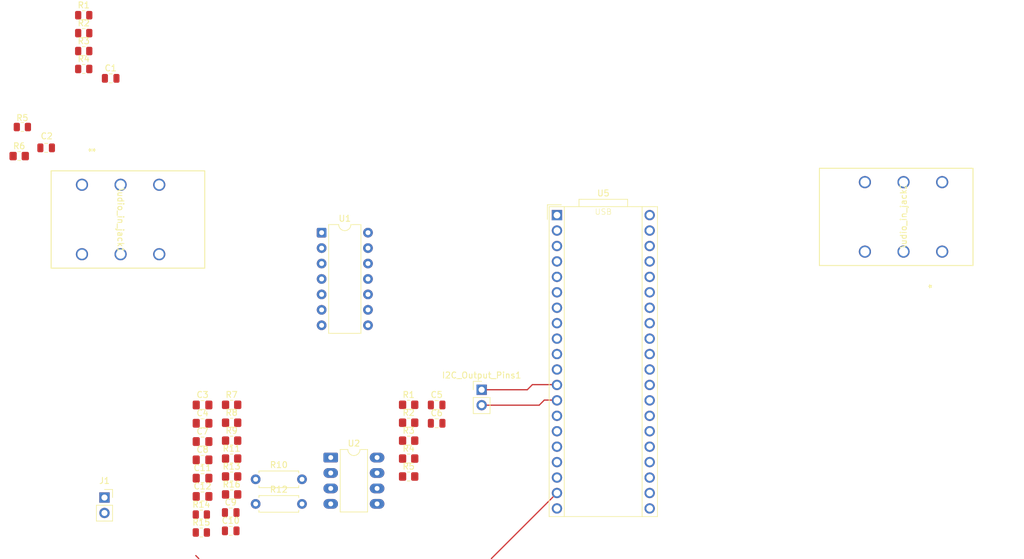
<source format=kicad_pcb>
(kicad_pcb (version 20241229) (generator "pcbnew") (generator_version "9.0")
  (layers (0 "F.Cu" signal) (2 "B.Cu" signal) (13 "F.Paste" user) (15 "B.Paste" user) (5 "F.SilkS" user "F.Silkscreen") (7 "B.SilkS" user "B.Silkscreen") (1 "F.Mask" user) (3 "B.Mask" user) (25 "Edge.Cuts" user))
  (net 0 "")
  (net 1 "Net-(U3A-+)")
  (net 2 "/R_audio")
  (net 3 "/L_audio")
  (net 4 "Net-(U2A-+)")
  (net 5 "Net-(I2C_Output_Pins1-Pin_1)")
  (net 6 "Net-(I2C_Output_Pins1-Pin_2)")
  (net 7 "GND")
  (net 8 "/Input PreAmp/V_AUDIOBIAS")
  (net 9 "+5V")
  (net 10 "Net-(U1A-+)")
  (net 11 "/Input PreAmp/Audio_in_daisy_left")
  (net 12 "/Input PreAmp/Audio_in_daisy_right")
  (net 24 "/Output Amp/Audio_out_daisy_right")
  (net 35 "/Output Amp/Audio_out_daisy_left")
  (net 36 "/Output Amp/Audio_out_jack_right")
  (net 39 "/Output Amp/Audio_out_jack_left")
  (net 42 "Net-(U1C-+)")
  (net 43 "Net-(U1B-+)")
  (net 44 "Net-(C10-Pad1)")
  (net 45 "Net-(C4-Pad1)")
  (net 46 "Net-(U2B-+)")
  (net 47 "Net-(C7-Pad1)")
  (net 48 "Net-(C8-Pad1)")
  (net 49 "Net-(U2B--)")
  (net 50 "Net-(U2A--)")
  (footprint "Capacitor_SMD:C_0805_2012Metric" (layer "F.Cu") (at 86.41 50.93)
    (property "Reference" "C2" (at 0.09 -1.93 0) (layer "F.SilkS"))
    (property "Value" "10UF")
    (fp_line (start -0.261252 -0.735) (end 0.261252 -0.735) (stroke (width 0.12)) (layer "F.SilkS"))
    (fp_line (start -0.261252 0.735) (end 0.261252 0.735) (stroke (width 0.12)) (layer "F.SilkS"))
    (pad "1" smd roundrect (at -0.95 0) (size 1 1.45) (layers "F.Cu" "F.Mask" "F.Paste") (net 3 "/L_audio"))
    (pad "2" smd roundrect (at 0.95 0) (size 1 1.45) (layers "F.Cu" "F.Mask" "F.Paste") (net 43 "Net-(U1B-+)"))
  )
  (footprint "Resistor_SMD:R_0805_2012Metric" (layer "F.Cu") (at 92.5875 37.95)
    (property "Reference" "R4" (at 0 -1.65 0) (layer "F.SilkS"))
    (property "Value" "100K")
    (fp_line (start -0.227064 -0.735) (end 0.227064 -0.735) (stroke (width 0.12)) (layer "F.SilkS"))
    (fp_line (start -0.227064 0.735) (end 0.227064 0.735) (stroke (width 0.12)) (layer "F.SilkS"))
    (pad "1" smd roundrect (at -0.9125 0) (size 1.025 1.4) (layers "F.Cu" "F.Mask" "F.Paste") (roundrect_rratio 0.243902) (net 9 "+5V"))
    (pad "2" smd roundrect (at 0.9125 0) (size 1.025 1.4) (layers "F.Cu" "F.Mask" "F.Paste") (roundrect_rratio 0.243902) (net 10 "Net-(U1A-+)"))
  )
  (footprint "Package_DIP:DIP-14_W7.62mm" (layer "F.Cu") (at 131.695 64.88)
    (property "Reference" "U1" (at 3.81 -2.33 0) (layer "F.SilkS"))
    (property "Value" "MCP6004")
    (fp_line (start 1.16 -1.33) (end 1.16 16.57) (stroke (width 0.12)) (layer "F.SilkS"))
    (fp_line (start 1.16 16.57) (end 6.46 16.57) (stroke (width 0.12)) (layer "F.SilkS"))
    (fp_line (start 2.81 -1.33) (end 1.16 -1.33) (stroke (width 0.12)) (layer "F.SilkS"))
    (fp_line (start 6.46 -1.33) (end 4.81 -1.33) (stroke (width 0.12)) (layer "F.SilkS"))
    (fp_line (start 6.46 16.57) (end 6.46 -1.33) (stroke (width 0.12)) (layer "F.SilkS"))
    (fp_arc (start 4.81 -1.33) (mid 3.81 -0.33) (end 2.81 -1.33) (stroke (width 0.12)) (layer "F.SilkS"))
    (pad "1" thru_hole roundrect (at 0 0) (size 1.6 1.6) (drill 0.8) (layers "*.Cu" "*.Mask") (roundrect_rratio 0.15625) (net 8 "/Input PreAmp/V_AUDIOBIAS"))
    (pad "2" thru_hole circle (at 0 2.54) (size 1.6 1.6) (drill 0.8) (layers "*.Cu" "*.Mask") (net 8 "/Input PreAmp/V_AUDIOBIAS"))
    (pad "3" thru_hole circle (at 0 5.08) (size 1.6 1.6) (drill 0.8) (layers "*.Cu" "*.Mask") (net 10 "Net-(U1A-+)"))
    (pad "4" thru_hole circle (at 0 7.62) (size 1.6 1.6) (drill 0.8) (layers "*.Cu" "*.Mask") (net 9 "+5V"))
    (pad "5" thru_hole circle (at 0 10.16) (size 1.6 1.6) (drill 0.8) (layers "*.Cu" "*.Mask") (net 43 "Net-(U1B-+)"))
    (pad "6" thru_hole circle (at 0 12.7) (size 1.6 1.6) (drill 0.8) (layers "*.Cu" "*.Mask") (net 11 "/Input PreAmp/Audio_in_daisy_left"))
    (pad "7" thru_hole circle (at 0 15.24) (size 1.6 1.6) (drill 0.8) (layers "*.Cu" "*.Mask") (net 11 "/Input PreAmp/Audio_in_daisy_left"))
    (pad "8" thru_hole circle (at 7.62 15.24) (size 1.6 1.6) (drill 0.8) (layers "*.Cu" "*.Mask") (net 12 "/Input PreAmp/Audio_in_daisy_right"))
    (pad "9" thru_hole circle (at 7.62 12.7) (size 1.6 1.6) (drill 0.8) (layers "*.Cu" "*.Mask") (net 12 "/Input PreAmp/Audio_in_daisy_right"))
    (pad "10" thru_hole circle (at 7.62 10.16) (size 1.6 1.6) (drill 0.8) (layers "*.Cu" "*.Mask") (net 42 "Net-(U1C-+)"))
    (pad "11" thru_hole circle (at 7.62 7.62) (size 1.6 1.6) (drill 0.8) (layers "*.Cu" "*.Mask") (net 7 "GND"))
    (pad "12" thru_hole circle (at 7.62 5.08) (size 1.6 1.6) (drill 0.8) (layers "*.Cu" "*.Mask"))
    (pad "13" thru_hole circle (at 7.62 2.54) (size 1.6 1.6) (drill 0.8) (layers "*.Cu" "*.Mask"))
    (pad "14" thru_hole circle (at 7.62 0) (size 1.6 1.6) (drill 0.8) (layers "*.Cu" "*.Mask"))
  )
  (footprint "Capacitor_SMD:C_0805_2012Metric" (layer "F.Cu") (at 150.6 93.23)
    (property "Reference" "C5" (at 0 -1.68 0) (layer "F.SilkS"))
    (property "Value" "100NF")
    (fp_line (start -0.261252 -0.735) (end 0.261252 -0.735) (stroke (width 0.12)) (layer "F.SilkS"))
    (fp_line (start -0.261252 0.735) (end 0.261252 0.735) (stroke (width 0.12)) (layer "F.SilkS"))
    (pad "1" smd roundrect (at -0.95 0) (size 1 1.45) (layers "F.Cu" "F.Mask" "F.Paste") (net 9 "+5V"))
    (pad "2" smd roundrect (at 0.95 0) (size 1 1.45) (layers "F.Cu" "F.Mask" "F.Paste") (net 7 "GND"))
  )
  (footprint "Resistor_SMD:R_0805_2012Metric" (layer "F.Cu") (at 82.5 47.5)
    (property "Reference" "R5" (at 0 -1.5 0) (layer "F.SilkS"))
    (property "Value" "100K")
    (fp_line (start -0.227064 -0.735) (end 0.227064 -0.735) (stroke (width 0.12)) (layer "F.SilkS"))
    (fp_line (start -0.227064 0.735) (end 0.227064 0.735) (stroke (width 0.12)) (layer "F.SilkS"))
    (pad "1" smd roundrect (at -0.9125 0) (size 1.025 1.4) (layers "F.Cu" "F.Mask" "F.Paste") (roundrect_rratio 0.243902) (net 10 "Net-(U1A-+)"))
    (pad "2" smd roundrect (at 0.9125 0) (size 1.025 1.4) (layers "F.Cu" "F.Mask" "F.Paste") (roundrect_rratio 0.243902) (net 7 "GND"))
  )
  (footprint "Capacitor_SMD:C_0805_2012Metric_Pad1.18x1.45mm_HandSolder" (layer "F.Cu") (at 112.12 105.27)
    (property "Reference" "C11" (at 0 -1.68 0) (layer "F.SilkS"))
    (property "Value" "100NF")
    (fp_line (start -0.261252 -0.735) (end 0.261252 -0.735) (stroke (width 0.12)) (layer "F.SilkS"))
    (fp_line (start -0.261252 0.735) (end 0.261252 0.735) (stroke (width 0.12)) (layer "F.SilkS"))
    (pad "1" smd roundrect (at -1.0375 0) (size 1.175 1.45) (layers "F.Cu" "F.Mask" "F.Paste") (roundrect_rratio 0.212766) (net 9 "+5V"))
    (pad "2" smd roundrect (at 1.0375 0) (size 1.175 1.45) (layers "F.Cu" "F.Mask" "F.Paste") (roundrect_rratio 0.212766) (net 7 "GND"))
  )
  (footprint "Resistor_SMD:R_0805_2012Metric_Pad1.20x1.40mm_HandSolder" (layer "F.Cu") (at 116.9 105)
    (property "Reference" "R13" (at 0 -1.65 0) (layer "F.SilkS"))
    (property "Value" "2M")
    (fp_line (start -0.227064 -0.735) (end 0.227064 -0.735) (stroke (width 0.12)) (layer "F.SilkS"))
    (fp_line (start -0.227064 0.735) (end 0.227064 0.735) (stroke (width 0.12)) (layer "F.SilkS"))
    (pad "1" smd roundrect (at -1 0) (size 1.2 1.4) (layers "F.Cu" "F.Mask" "F.Paste") (roundrect_rratio 0.208333) (net 36 "/Output Amp/Audio_out_jack_right"))
    (pad "2" smd roundrect (at 1 0) (size 1.2 1.4) (layers "F.Cu" "F.Mask" "F.Paste") (roundrect_rratio 0.208333) (net 7 "GND"))
  )
  (footprint "Resistor_SMD:R_0805_2012Metric_Pad1.20x1.40mm_HandSolder" (layer "F.Cu") (at 146 102.05)
    (property "Reference" "R4" (at 0 -1.65 0) (layer "F.SilkS"))
    (property "Value" "2M")
    (fp_line (start -0.227064 -0.735) (end 0.227064 -0.735) (stroke (width 0.12)) (layer "F.SilkS"))
    (fp_line (start -0.227064 0.735) (end 0.227064 0.735) (stroke (width 0.12)) (layer "F.SilkS"))
    (pad "1" smd roundrect (at -1 0) (size 1.2 1.4) (layers "F.Cu" "F.Mask" "F.Paste") (roundrect_rratio 0.208333) (net 9 "+5V"))
    (pad "2" smd roundrect (at 1 0) (size 1.2 1.4) (layers "F.Cu" "F.Mask" "F.Paste") (roundrect_rratio 0.208333) (net 10 "Net-(U1A-+)"))
  )
  (footprint "Resistor_SMD:R_0805_2012Metric_Pad1.20x1.40mm_HandSolder" (layer "F.Cu") (at 146 99.1)
    (property "Reference" "R3" (at 0 -1.65 0) (layer "F.SilkS"))
    (property "Value" "2M")
    (fp_line (start -0.227064 -0.735) (end 0.227064 -0.735) (stroke (width 0.12)) (layer "F.SilkS"))
    (fp_line (start -0.227064 0.735) (end 0.227064 0.735) (stroke (width 0.12)) (layer "F.SilkS"))
    (pad "1" smd roundrect (at -1 0) (size 1.2 1.4) (layers "F.Cu" "F.Mask" "F.Paste") (roundrect_rratio 0.208333) (net 8 "/Input PreAmp/V_AUDIOBIAS"))
    (pad "2" smd roundrect (at 1 0) (size 1.2 1.4) (layers "F.Cu" "F.Mask" "F.Paste") (roundrect_rratio 0.208333) (net 43 "Net-(U1B-+)"))
  )
  (footprint "Resistor_SMD:R_0805_2012Metric_Pad1.20x1.40mm_HandSolder" (layer "F.Cu") (at 116.9 96.15)
    (property "Reference" "R8" (at 0 -1.65 0) (layer "F.SilkS"))
    (property "Value" "2M")
    (fp_line (start -0.227064 -0.735) (end 0.227064 -0.735) (stroke (width 0.12)) (layer "F.SilkS"))
    (fp_line (start -0.227064 0.735) (end 0.227064 0.735) (stroke (width 0.12)) (layer "F.SilkS"))
    (pad "1" smd roundrect (at -1 0) (size 1.2 1.4) (layers "F.Cu" "F.Mask" "F.Paste") (roundrect_rratio 0.208333) (net 4 "Net-(U2A-+)"))
    (pad "2" smd roundrect (at 1 0) (size 1.2 1.4) (layers "F.Cu" "F.Mask" "F.Paste") (roundrect_rratio 0.208333) (net 7 "GND"))
  )
  (footprint "Resistor_SMD:R_0805_2012Metric" (layer "F.Cu") (at 111.92 114.21)
    (property "Reference" "R15" (at 0 -1.65 0) (layer "F.SilkS"))
    (property "Value" "3.3K")
    (fp_line (start -0.227064 -0.735) (end 0.227064 -0.735) (stroke (width 0.12)) (layer "F.SilkS"))
    (fp_line (start -0.227064 0.735) (end 0.227064 0.735) (stroke (width 0.12)) (layer "F.SilkS"))
    (pad "1" smd roundrect (at -0.9125 0) (size 1.025 1.4) (layers "F.Cu" "F.Mask" "F.Paste") (roundrect_rratio 0.243902) (net 24 "/Output Amp/Audio_out_daisy_right"))
    (pad "2" smd roundrect (at 0.9125 0) (size 1.025 1.4) (layers "F.Cu" "F.Mask" "F.Paste") (roundrect_rratio 0.243902) (net 44 "Net-(C10-Pad1)"))
  )
  (footprint "audiojack:CONN06_JACK_ACJS_15P75X25_AMP" (layer "F.Cu") (at 233.7 68 90)
    (property "Reference" "Audio_in_jack2" (at 5.715 -6.35 90) (layer "F.SilkS"))
    (property "Value" "ACJS-MHOM")
    (fp_line (start 13.716 -20.1803) (end -2.286 -20.1803) (stroke (width 0.1524)) (layer "F.SilkS"))
    (fp_line (start -2.286 -20.1803) (end -2.286 5.0673) (stroke (width 0.1524)) (layer "F.SilkS"))
    (fp_line (start 13.716 5.0673) (end 13.716 -20.1803) (stroke (width 0.1524)) (layer "F.SilkS"))
    (fp_line (start -2.286 5.0673) (end 13.716 5.0673) (stroke (width 0.1524)) (layer "F.SilkS"))
    (fp_text user "*" (at -5.715 -1.651 90) (layer "F.SilkS"))
    (fp_text user "*" (at -5.715 -1.651 90) (layer "F.SilkS"))
    (pad "1" thru_hole circle (at 0 0 90) (size 2.0066 2.0066) (drill 1.4986) (layers "*.Cu" "*.Mask") (net 3 "/L_audio"))
    (pad "2" thru_hole circle (at 11.43 0 90) (size 2.0066 2.0066) (drill 1.4986) (layers "*.Cu" "*.Mask") (net 2 "/R_audio"))
    (pad "3" thru_hole circle (at 0 -6.35 90) (size 2.0066 2.0066) (drill 1.4986) (layers "*.Cu" "*.Mask"))
    (pad "4" thru_hole circle (at 11.43 -6.35 90) (size 2.0066 2.0066) (drill 1.4986) (layers "*.Cu" "*.Mask"))
    (pad "5" thru_hole circle (at 0 -12.7 90) (size 2.0066 2.0066) (drill 1.4986) (layers "*.Cu" "*.Mask") (net 7 "GND"))
    (pad "6" thru_hole circle (at 11.43 -12.7 90) (size 2.0066 2.0066) (drill 1.4986) (layers "*.Cu" "*.Mask") (net 7 "GND"))
  )
  (footprint "Capacitor_SMD:C_0805_2012Metric" (layer "F.Cu") (at 116.75 113.94)
    (property "Reference" "C10" (at 0 -1.68 0) (layer "F.SilkS"))
    (property "Value" "2.2NF")
    (fp_line (start -0.261252 -0.735) (end 0.261252 -0.735) (stroke (width 0.12)) (layer "F.SilkS"))
    (fp_line (start -0.261252 0.735) (end 0.261252 0.735) (stroke (width 0.12)) (layer "F.SilkS"))
    (pad "1" smd roundrect (at -0.95 0) (size 1 1.45) (layers "F.Cu" "F.Mask" "F.Paste") (net 44 "Net-(C10-Pad1)"))
    (pad "2" smd roundrect (at 0.95 0) (size 1 1.45) (layers "F.Cu" "F.Mask" "F.Paste") (net 7 "GND"))
  )
  (footprint "Resistor_SMD:R_0805_2012Metric_Pad1.20x1.40mm_HandSolder" (layer "F.Cu") (at 146 105)
    (property "Reference" "R5" (at 0 -1.65 0) (layer "F.SilkS"))
    (property "Value" "2M")
    (fp_line (start -0.227064 -0.735) (end 0.227064 -0.735) (stroke (width 0.12)) (layer "F.SilkS"))
    (fp_line (start -0.227064 0.735) (end 0.227064 0.735) (stroke (width 0.12)) (layer "F.SilkS"))
    (pad "1" smd roundrect (at -1 0) (size 1.2 1.4) (layers "F.Cu" "F.Mask" "F.Paste") (roundrect_rratio 0.208333) (net 7 "GND"))
    (pad "2" smd roundrect (at 1 0) (size 1.2 1.4) (layers "F.Cu" "F.Mask" "F.Paste") (roundrect_rratio 0.208333) (net 10 "Net-(U1A-+)"))
  )
  (footprint "Package_DIP:DIP-8_W7.62mm_LongPads" (layer "F.Cu") (at 133.19 101.88)
    (property "Reference" "U2" (at 3.81 -2.33 0) (layer "F.SilkS"))
    (property "Value" "OPA2134")
    (fp_line (start 1.56 -1.33) (end 1.56 8.95) (stroke (width 0.12)) (layer "F.SilkS"))
    (fp_line (start 1.56 8.95) (end 6.06 8.95) (stroke (width 0.12)) (layer "F.SilkS"))
    (fp_line (start 2.81 -1.33) (end 1.56 -1.33) (stroke (width 0.12)) (layer "F.SilkS"))
    (fp_line (start 6.06 -1.33) (end 4.81 -1.33) (stroke (width 0.12)) (layer "F.SilkS"))
    (fp_line (start 6.06 8.95) (end 6.06 -1.33) (stroke (width 0.12)) (layer "F.SilkS"))
    (fp_arc (start 4.81 -1.33) (mid 3.81 -0.33) (end 2.81 -1.33) (stroke (width 0.12)) (layer "F.SilkS"))
    (pad "1" thru_hole roundrect (at 0 0) (size 2.4 1.6) (drill 0.8) (layers "*.Cu" "*.Mask") (roundrect_rratio 0.15625) (net 50 "Net-(U2A--)"))
    (pad "2" thru_hole oval (at 0 2.54) (size 2.4 1.6) (drill 0.8) (layers "*.Cu" "*.Mask") (net 50 "Net-(U2A--)"))
    (pad "3" thru_hole oval (at 0 5.08) (size 2.4 1.6) (drill 0.8) (layers "*.Cu" "*.Mask") (net 4 "Net-(U2A-+)"))
    (pad "4" thru_hole oval (at 0 7.62) (size 2.4 1.6) (drill 0.8) (layers "*.Cu" "*.Mask") (net 7 "GND"))
    (pad "5" thru_hole oval (at 7.62 7.62) (size 2.4 1.6) (drill 0.8) (layers "*.Cu" "*.Mask") (net 46 "Net-(U2B-+)"))
    (pad "6" thru_hole oval (at 7.62 5.08) (size 2.4 1.6) (drill 0.8) (layers "*.Cu" "*.Mask") (net 49 "Net-(U2B--)"))
    (pad "7" thru_hole oval (at 7.62 2.54) (size 2.4 1.6) (drill 0.8) (layers "*.Cu" "*.Mask") (net 49 "Net-(U2B--)"))
    (pad "8" thru_hole oval (at 7.62 0) (size 2.4 1.6) (drill 0.8) (layers "*.Cu" "*.Mask") (net 9 "+5V"))
  )
  (footprint "Capacitor_SMD:C_0805_2012Metric" (layer "F.Cu") (at 97.0175 39.49)
    (property "Reference" "C1" (at 0 -1.68 0) (layer "F.SilkS"))
    (property "Value" "10UF")
    (fp_line (start -0.261252 -0.735) (end 0.261252 -0.735) (stroke (width 0.12)) (layer "F.SilkS"))
    (fp_line (start -0.261252 0.735) (end 0.261252 0.735) (stroke (width 0.12)) (layer "F.SilkS"))
    (pad "1" smd roundrect (at -0.95 0) (size 1 1.45) (layers "F.Cu" "F.Mask" "F.Paste") (net 2 "/R_audio"))
    (pad "2" smd roundrect (at 0.95 0) (size 1 1.45) (layers "F.Cu" "F.Mask" "F.Paste") (net 42 "Net-(U1C-+)"))
  )
  (footprint "Capacitor_SMD:C_0805_2012Metric" (layer "F.Cu") (at 150.6 96.24)
    (property "Reference" "C6" (at 0 -1.68 0) (layer "F.SilkS"))
    (property "Value" "100NF")
    (fp_line (start -0.261252 -0.735) (end 0.261252 -0.735) (stroke (width 0.12)) (layer "F.SilkS"))
    (fp_line (start -0.261252 0.735) (end 0.261252 0.735) (stroke (width 0.12)) (layer "F.SilkS"))
    (pad "1" smd roundrect (at -0.95 0) (size 1 1.45) (layers "F.Cu" "F.Mask" "F.Paste") (net 9 "+5V"))
    (pad "2" smd roundrect (at 0.95 0) (size 1 1.45) (layers "F.Cu" "F.Mask" "F.Paste") (net 7 "GND"))
  )
  (footprint "Capacitor_SMD:C_0805_2012Metric_Pad1.18x1.45mm_HandSolder" (layer "F.Cu") (at 112.12 102.26)
    (property "Reference" "C8" (at 0 -1.68 0) (layer "F.SilkS"))
    (property "Value" "10UF")
    (fp_line (start -0.261252 -0.735) (end 0.261252 -0.735) (stroke (width 0.12)) (layer "F.SilkS"))
    (fp_line (start -0.261252 0.735) (end 0.261252 0.735) (stroke (width 0.12)) (layer "F.SilkS"))
    (pad "1" smd roundrect (at -1.0375 0) (size 1.175 1.45) (layers "F.Cu" "F.Mask" "F.Paste") (roundrect_rratio 0.212766) (net 48 "Net-(C8-Pad1)"))
    (pad "2" smd roundrect (at 1.0375 0) (size 1.175 1.45) (layers "F.Cu" "F.Mask" "F.Paste") (roundrect_rratio 0.212766) (net 36 "/Output Amp/Audio_out_jack_right"))
  )
  (footprint "Resistor_SMD:R_0805_2012Metric_Pad1.20x1.40mm_HandSolder" (layer "F.Cu") (at 116.9 102.05)
    (property "Reference" "R11" (at 0 -1.65 0) (layer "F.SilkS"))
    (property "Value" "2M")
    (fp_line (start -0.227064 -0.735) (end 0.227064 -0.735) (stroke (width 0.12)) (layer "F.SilkS"))
    (fp_line (start -0.227064 0.735) (end 0.227064 0.735) (stroke (width 0.12)) (layer "F.SilkS"))
    (pad "1" smd roundrect (at -1 0) (size 1.2 1.4) (layers "F.Cu" "F.Mask" "F.Paste") (roundrect_rratio 0.208333) (net 39 "/Output Amp/Audio_out_jack_left"))
    (pad "2" smd roundrect (at 1 0) (size 1.2 1.4) (layers "F.Cu" "F.Mask" "F.Paste") (roundrect_rratio 0.208333) (net 7 "GND"))
  )
  (footprint "Resistor_SMD:R_0805_2012Metric" (layer "F.Cu") (at 92.5875 29.1)
    (property "Reference" "R1" (at 0 -1.65 0) (layer "F.SilkS"))
    (property "Value" "2M")
    (fp_line (start -0.227064 -0.735) (end 0.227064 -0.735) (stroke (width 0.12)) (layer "F.SilkS"))
    (fp_line (start -0.227064 0.735) (end 0.227064 0.735) (stroke (width 0.12)) (layer "F.SilkS"))
    (pad "1" smd roundrect (at -0.9125 0) (size 1.025 1.4) (layers "F.Cu" "F.Mask" "F.Paste") (roundrect_rratio 0.243902) (net 2 "/R_audio"))
    (pad "2" smd roundrect (at 0.9125 0) (size 1.025 1.4) (layers "F.Cu" "F.Mask" "F.Paste") (roundrect_rratio 0.243902) (net 7 "GND"))
  )
  (footprint "Resistor_THT:R_Axial_DIN0207_L6.3mm_D2.5mm_P7.62mm_Horizontal" (layer "F.Cu") (at 120.85 105.46)
    (property "Reference" "R10" (at 3.81 -2.37 0) (layer "F.SilkS"))
    (property "Value" "100R")
    (fp_line (start 0.54 -1.37) (end 7.08 -1.37) (stroke (width 0.12)) (layer "F.SilkS"))
    (fp_line (start 0.54 -1.04) (end 0.54 -1.37) (stroke (width 0.12)) (layer "F.SilkS"))
    (fp_line (start 0.54 1.04) (end 0.54 1.37) (stroke (width 0.12)) (layer "F.SilkS"))
    (fp_line (start 0.54 1.37) (end 7.08 1.37) (stroke (width 0.12)) (layer "F.SilkS"))
    (fp_line (start 7.08 -1.37) (end 7.08 -1.04) (stroke (width 0.12)) (layer "F.SilkS"))
    (fp_line (start 7.08 1.37) (end 7.08 1.04) (stroke (width 0.12)) (layer "F.SilkS"))
    (pad "1" thru_hole circle (at 0 0) (size 1.6 1.6) (drill 0.8) (layers "*.Cu" "*.Mask") (net 49 "Net-(U2B--)"))
    (pad "2" thru_hole circle (at 7.62 0) (size 1.6 1.6) (drill 0.8) (layers "*.Cu" "*.Mask") (net 47 "Net-(C7-Pad1)"))
  )
  (footprint "audiojack:CONN06_JACK_ACJS_15P75X25_AMP" (layer "F.Cu") (at 92.3 57 -90)
    (property "Reference" "Audio_in_jack1" (at 5.715 -6.35 270) (layer "F.SilkS"))
    (property "Value" "ACJS-MHOM")
    (fp_line (start -2.286 5.0673) (end 13.716 5.0673) (stroke (width 0.1524)) (layer "F.SilkS"))
    (fp_line (start 13.716 5.0673) (end 13.716 -20.1803) (stroke (width 0.1524)) (layer "F.SilkS"))
    (fp_line (start -2.286 -20.1803) (end -2.286 5.0673) (stroke (width 0.1524)) (layer "F.SilkS"))
    (fp_line (start 13.716 -20.1803) (end -2.286 -20.1803) (stroke (width 0.1524)) (layer "F.SilkS"))
    (fp_text user "*" (at -5.715 -1.651 90) (layer "F.SilkS"))
    (fp_text user "*" (at -5.715 -1.651 270) (layer "F.SilkS"))
    (pad "1" thru_hole circle (at 0 0 270) (size 2.0066 2.0066) (drill 1.4986) (layers "*.Cu" "*.Mask") (net 36 "/Output Amp/Audio_out_jack_right"))
    (pad "2" thru_hole circle (at 11.43 0 270) (size 2.0066 2.0066) (drill 1.4986) (layers "*.Cu" "*.Mask") (net 39 "/Output Amp/Audio_out_jack_left"))
    (pad "3" thru_hole circle (at 0 -6.35 270) (size 2.0066 2.0066) (drill 1.4986) (layers "*.Cu" "*.Mask"))
    (pad "4" thru_hole circle (at 11.43 -6.35 270) (size 2.0066 2.0066) (drill 1.4986) (layers "*.Cu" "*.Mask"))
    (pad "5" thru_hole circle (at 0 -12.7 270) (size 2.0066 2.0066) (drill 1.4986) (layers "*.Cu" "*.Mask") (net 7 "GND"))
    (pad "6" thru_hole circle (at 11.43 -12.7 270) (size 2.0066 2.0066) (drill 1.4986) (layers "*.Cu" "*.Mask") (net 7 "GND"))
  )
  (footprint "Capacitor_SMD:C_0805_2012Metric_Pad1.18x1.45mm_HandSolder" (layer "F.Cu") (at 112.12 99.25)
    (property "Reference" "C7" (at 0 -1.68 0) (layer "F.SilkS"))
    (property "Value" "10UF")
    (fp_line (start -0.261252 -0.735) (end 0.261252 -0.735) (stroke (width 0.12)) (layer "F.SilkS"))
    (fp_line (start -0.261252 0.735) (end 0.261252 0.735) (stroke (width 0.12)) (layer "F.SilkS"))
    (pad "1" smd roundrect (at -1.0375 0) (size 1.175 1.45) (layers "F.Cu" "F.Mask" "F.Paste") (roundrect_rratio 0.212766) (net 47 "Net-(C7-Pad1)"))
    (pad "2" smd roundrect (at 1.0375 0) (size 1.175 1.45) (layers "F.Cu" "F.Mask" "F.Paste") (roundrect_rratio 0.212766) (net 39 "/Output Amp/Audio_out_jack_left"))
  )
  (footprint "Resistor_THT:R_Axial_DIN0207_L6.3mm_D2.5mm_P7.62mm_Horizontal" (layer "F.Cu") (at 120.85 109.51)
    (property "Reference" "R12" (at 3.81 -2.37 0) (layer "F.SilkS"))
    (property "Value" "100R")
    (fp_line (start 0.54 -1.37) (end 7.08 -1.37) (stroke (width 0.12)) (layer "F.SilkS"))
    (fp_line (start 0.54 -1.04) (end 0.54 -1.37) (stroke (width 0.12)) (layer "F.SilkS"))
    (fp_line (start 0.54 1.04) (end 0.54 1.37) (stroke (width 0.12)) (layer "F.SilkS"))
    (fp_line (start 0.54 1.37) (end 7.08 1.37) (stroke (width 0.12)) (layer "F.SilkS"))
    (fp_line (start 7.08 -1.37) (end 7.08 -1.04) (stroke (width 0.12)) (layer "F.SilkS"))
    (fp_line (start 7.08 1.37) (end 7.08 1.04) (stroke (width 0.12)) (layer "F.SilkS"))
    (pad "1" thru_hole circle (at 0 0) (size 1.6 1.6) (drill 0.8) (layers "*.Cu" "*.Mask") (net 50 "Net-(U2A--)"))
    (pad "2" thru_hole circle (at 7.62 0) (size 1.6 1.6) (drill 0.8) (layers "*.Cu" "*.Mask") (net 48 "Net-(C8-Pad1)"))
  )
  (footprint "Resistor_SMD:R_0805_2012Metric_Pad1.20x1.40mm_HandSolder" (layer "F.Cu") (at 116.9 99.1)
    (property "Reference" "R9" (at 0 -1.65 0) (layer "F.SilkS"))
    (property "Value" "2M")
    (fp_line (start -0.227064 -0.735) (end 0.227064 -0.735) (stroke (width 0.12)) (layer "F.SilkS"))
    (fp_line (start -0.227064 0.735) (end 0.227064 0.735) (stroke (width 0.12)) (layer "F.SilkS"))
    (pad "1" smd roundrect (at -1 0) (size 1.2 1.4) (layers "F.Cu" "F.Mask" "F.Paste") (roundrect_rratio 0.208333) (net 46 "Net-(U2B-+)"))
    (pad "2" smd roundrect (at 1 0) (size 1.2 1.4) (layers "F.Cu" "F.Mask" "F.Paste") (roundrect_rratio 0.208333) (net 7 "GND"))
  )
  (footprint "Resistor_SMD:R_0805_2012Metric" (layer "F.Cu") (at 111.92 111.26)
    (property "Reference" "R14" (at 0 -1.65 0) (layer "F.SilkS"))
    (property "Value" "3.3K")
    (fp_line (start -0.227064 -0.735) (end 0.227064 -0.735) (stroke (width 0.12)) (layer "F.SilkS"))
    (fp_line (start -0.227064 0.735) (end 0.227064 0.735) (stroke (width 0.12)) (layer "F.SilkS"))
    (pad "1" smd roundrect (at -0.9125 0) (size 1.025 1.4) (layers "F.Cu" "F.Mask" "F.Paste") (roundrect_rratio 0.243902) (net 35 "/Output Amp/Audio_out_daisy_left"))
    (pad "2" smd roundrect (at 0.9125 0) (size 1.025 1.4) (layers "F.Cu" "F.Mask" "F.Paste") (roundrect_rratio 0.243902) (net 45 "Net-(C4-Pad1)"))
  )
  (footprint "Resistor_SMD:R_0805_2012Metric" (layer "F.Cu") (at 92.5875 32.05)
    (property "Reference" "R2" (at 0 -1.65 0) (layer "F.SilkS"))
    (property "Value" "2M")
    (fp_line (start -0.227064 -0.735) (end 0.227064 -0.735) (stroke (width 0.12)) (layer "F.SilkS"))
    (fp_line (start -0.227064 0.735) (end 0.227064 0.735) (stroke (width 0.12)) (layer "F.SilkS"))
    (pad "1" smd roundrect (at -0.9125 0) (size 1.025 1.4) (layers "F.Cu" "F.Mask" "F.Paste") (roundrect_rratio 0.243902) (net 8 "/Input PreAmp/V_AUDIOBIAS"))
    (pad "2" smd roundrect (at 0.9125 0) (size 1.025 1.4) (layers "F.Cu" "F.Mask" "F.Paste") (roundrect_rratio 0.243902) (net 1 "Net-(U3A-+)"))
  )
  (footprint "Resistor_SMD:R_0805_2012Metric_Pad1.20x1.40mm_HandSolder" (layer "F.Cu") (at 81.98 52.28)
    (property "Reference" "R6" (at 0 -1.65 0) (layer "F.SilkS"))
    (property "Value" "2M")
    (fp_line (start -0.227064 -0.735) (end 0.227064 -0.735) (stroke (width 0.12)) (layer "F.SilkS"))
    (fp_line (start -0.227064 0.735) (end 0.227064 0.735) (stroke (width 0.12)) (layer "F.SilkS"))
    (pad "1" smd roundrect (at -1 0) (size 1.2 1.4) (layers "F.Cu" "F.Mask" "F.Paste") (roundrect_rratio 0.208333) (net 3 "/L_audio"))
    (pad "2" smd roundrect (at 1 0) (size 1.2 1.4) (layers "F.Cu" "F.Mask" "F.Paste") (roundrect_rratio 0.208333) (net 7 "GND"))
  )
  (footprint "Resistor_SMD:R_0805_2012Metric" (layer "F.Cu") (at 92.5875 35)
    (property "Reference" "R3" (at 0 -1.65 0) (layer "F.SilkS"))
    (property "Value" "2M")
    (fp_line (start -0.227064 -0.735) (end 0.227064 -0.735) (stroke (width 0.12)) (layer "F.SilkS"))
    (fp_line (start -0.227064 0.735) (end 0.227064 0.735) (stroke (width 0.12)) (layer "F.SilkS"))
    (pad "1" smd roundrect (at -0.9125 0) (size 1.025 1.4) (layers "F.Cu" "F.Mask" "F.Paste") (roundrect_rratio 0.243902) (net 8 "/Input PreAmp/V_AUDIOBIAS"))
    (pad "2" smd roundrect (at 0.9125 0) (size 1.025 1.4) (layers "F.Cu" "F.Mask" "F.Paste") (roundrect_rratio 0.243902) (net 4 "Net-(U2A-+)"))
  )
  (footprint "Daisy-Boards:DAISY_SEED" (layer "F.Cu") (at 170.38 61.995)
    (property "Reference" "U5" (at 7.62 -3.6 0) (layer "F.SilkS"))
    (property "Value" "Daisy_Seed")
    (fp_line (start -1.58 -1.7) (end -1.58 0.7) (stroke (width 0.12)) (layer "F.SilkS"))
    (fp_line (start -1.28 -1.4) (end 16.52 -1.4) (stroke (width 0.12)) (layer "F.SilkS"))
    (fp_line (start -1.28 49.6) (end -1.28 -1.4) (stroke (width 0.12)) (layer "F.SilkS"))
    (fp_line (start 0.72 -1.7) (end -1.58 -1.7) (stroke (width 0.12)) (layer "F.SilkS"))
    (fp_line (start 1.2 -1.4) (end 1.2 49.6) (stroke (width 0.12)) (layer "F.SilkS"))
    (fp_line (start 3.62 -2.6) (end 11.62 -2.6) (stroke (width 0.12)) (layer "F.SilkS"))
    (fp_line (start 3.62 -1.4) (end 3.62 -2.6) (stroke (width 0.12)) (layer "F.SilkS"))
    (fp_line (start 11.62 -2.6) (end 11.62 -1.4) (stroke (width 0.12)) (layer "F.SilkS"))
    (fp_line (start 14 -1.4) (end 14 49.6) (stroke (width 0.12)) (layer "F.SilkS"))
    (fp_line (start 16.52 -1.4) (end 16.52 49.6) (stroke (width 0.12)) (layer "F.SilkS"))
    (fp_line (start 16.52 49.6) (end -1.28 49.6) (stroke (width 0.12)) (layer "F.SilkS"))
    (fp_text user "USB" (at 7.62 0 0) (layer "F.SilkS") (effects (font (size 0.93472 0.93472) (thickness 0.08128)) (justify bottom)))
    (pad "1" thru_hole rect (at 0 0) (size 1.7 1.7) (drill 1.1) (layers "*.Cu" "*.Mask"))
    (pad "2" thru_hole circle (at 0 2.54) (size 1.7 1.7) (drill 1.1) (layers "*.Cu" "*.Mask"))
    (pad "3" thru_hole circle (at 0 5.08) (size 1.7 1.7) (drill 1.1) (layers "*.Cu" "*.Mask"))
    (pad "4" thru_hole circle (at 0 7.62) (size 1.7 1.7) (drill 1.1) (layers "*.Cu" "*.Mask"))
    (pad "5" thru_hole circle (at 0 10.16) (size 1.7 1.7) (drill 1.1) (layers "*.Cu" "*.Mask"))
    (pad "6" thru_hole circle (at 0 12.7) (size 1.7 1.7) (drill 1.1) (layers "*.Cu" "*.Mask"))
    (pad "7" thru_hole circle (at 0 15.24) (size 1.7 1.7) (drill 1.1) (layers "*.Cu" "*.Mask"))
    (pad "8" thru_hole circle (at 0 17.78) (size 1.7 1.7) (drill 1.1) (layers "*.Cu" "*.Mask"))
    (pad "9" thru_hole circle (at 0 20.32) (size 1.7 1.7) (drill 1.1) (layers "*.Cu" "*.Mask"))
    (pad "10" thru_hole circle (at 0 22.86) (size 1.7 1.7) (drill 1.1) (layers "*.Cu" "*.Mask"))
    (pad "11" thru_hole circle (at 0 25.4) (size 1.7 1.7) (drill 1.1) (layers "*.Cu" "*.Mask"))
    (pad "12" thru_hole circle (at 0 27.94) (size 1.7 1.7) (drill 1.1) (layers "*.Cu" "*.Mask") (net 5 "Net-(I2C_Output_Pins1-Pin_1)"))
    (pad "13" thru_hole circle (at 0 30.48) (size 1.7 1.7) (drill 1.1) (layers "*.Cu" "*.Mask") (net 6 "Net-(I2C_Output_Pins1-Pin_2)"))
    (pad "14" thru_hole circle (at 0 33.02) (size 1.7 1.7) (drill 1.1) (layers "*.Cu" "*.Mask"))
    (pad "15" thru_hole circle (at 0 35.56) (size 1.7 1.7) (drill 1.1) (layers "*.Cu" "*.Mask"))
    (pad "16" thru_hole circle (at 0 38.1) (size 1.7 1.7) (drill 1.1) (layers "*.Cu" "*.Mask") (net 12 "/Input PreAmp/Audio_in_daisy_right"))
    (pad "17" thru_hole circle (at 0 40.64) (size 1.7 1.7) (drill 1.1) (layers "*.Cu" "*.Mask") (net 11 "/Input PreAmp/Audio_in_daisy_left"))
    (pad "18" thru_hole circle (at 0 43.18) (size 1.7 1.7) (drill 1.1) (layers "*.Cu" "*.Mask") (net 35 "/Output Amp/Audio_out_daisy_left"))
    (pad "19" thru_hole circle (at 0 45.72) (size 1.7 1.7) (drill 1.1) (layers "*.Cu" "*.Mask") (net 24 "/Output Amp/Audio_out_daisy_right"))
    (pad "20" thru_hole circle (at 0 48.26) (size 1.7 1.7) (drill 1.1) (layers "*.Cu" "*.Mask") (net 7 "GND"))
    (pad "21" thru_hole circle (at 15.24 48.26) (size 1.7 1.7) (drill 1.1) (layers "*.Cu" "*.Mask"))
    (pad "22" thru_hole circle (at 15.24 45.72) (size 1.7 1.7) (drill 1.1) (layers "*.Cu" "*.Mask"))
    (pad "23" thru_hole circle (at 15.24 43.18) (size 1.7 1.7) (drill 1.1) (layers "*.Cu" "*.Mask"))
    (pad "24" thru_hole circle (at 15.24 40.64) (size 1.7 1.7) (drill 1.1) (layers "*.Cu" "*.Mask"))
    (pad "25" thru_hole circle (at 15.24 38.1) (size 1.7 1.7) (drill 1.1) (layers "*.Cu" "*.Mask"))
    (pad "26" thru_hole circle (at 15.24 35.56) (size 1.7 1.7) (drill 1.1) (layers "*.Cu" "*.Mask"))
    (pad "27" thru_hole circle (at 15.24 33.02) (size 1.7 1.7) (drill 1.1) (layers "*.Cu" "*.Mask"))
    (pad "28" thru_hole circle (at 15.24 30.48) (size 1.7 1.7) (drill 1.1) (layers "*.Cu" "*.Mask"))
    (pad "29" thru_hole circle (at 15.24 27.94) (size 1.7 1.7) (drill 1.1) (layers "*.Cu" "*.Mask"))
    (pad "30" thru_hole circle (at 15.24 25.4) (size 1.7 1.7) (drill 1.1) (layers "*.Cu" "*.Mask"))
    (pad "31" thru_hole circle (at 15.24 22.86) (size 1.7 1.7) (drill 1.1) (layers "*.Cu" "*.Mask"))
    (pad "32" thru_hole circle (at 15.24 20.32) (size 1.7 1.7) (drill 1.1) (layers "*.Cu" "*.Mask"))
    (pad "33" thru_hole circle (at 15.24 17.78) (size 1.7 1.7) (drill 1.1) (layers "*.Cu" "*.Mask"))
    (pad "34" thru_hole circle (at 15.24 15.24) (size 1.7 1.7) (drill 1.1) (layers "*.Cu" "*.Mask"))
    (pad "35" thru_hole circle (at 15.24 12.7) (size 1.7 1.7) (drill 1.1) (layers "*.Cu" "*.Mask"))
    (pad "36" thru_hole circle (at 15.24 10.16) (size 1.7 1.7) (drill 1.1) (layers "*.Cu" "*.Mask"))
    (pad "37" thru_hole circle (at 15.24 7.62) (size 1.7 1.7) (drill 1.1) (layers "*.Cu" "*.Mask"))
    (pad "38" thru_hole circle (at 15.24 5.08) (size 1.7 1.7) (drill 1.1) (layers "*.Cu" "*.Mask"))
    (pad "39" thru_hole circle (at 15.24 2.54) (size 1.7 1.7) (drill 1.1) (layers "*.Cu" "*.Mask"))
    (pad "40" thru_hole circle (at 15.24 0) (size 1.7 1.7) (drill 1.1) (layers "*.Cu" "*.Mask") (net 7 "GND"))
  )
  (footprint "Connector_PinHeader_2.54mm:PinHeader_1x02_P2.54mm_Vertical" (layer "F.Cu") (at 158 90.725)
    (property "Reference" "I2C_Output_Pins1" (at 0 -2.38 0) (layer "F.SilkS"))
    (property "Value" "Conn_01x02_Pin")
    (fp_line (start -1.38 -1.38) (end 0 -1.38) (stroke (width 0.12)) (layer "F.SilkS"))
    (fp_line (start -1.38 0) (end -1.38 -1.38) (stroke (width 0.12)) (layer "F.SilkS"))
    (fp_line (start -1.38 1.27) (end -1.38 3.92) (stroke (width 0.12)) (layer "F.SilkS"))
    (fp_line (start -1.38 1.27) (end 1.38 1.27) (stroke (width 0.12)) (layer "F.SilkS"))
    (fp_line (start -1.38 3.92) (end 1.38 3.92) (stroke (width 0.12)) (layer "F.SilkS"))
    (fp_line (start 1.38 1.27) (end 1.38 3.92) (stroke (width 0.12)) (layer "F.SilkS"))
    (pad "1" thru_hole rect (at 0 0) (size 1.7 1.7) (drill 1) (layers "*.Cu" "*.Mask") (net 5 "Net-(I2C_Output_Pins1-Pin_1)"))
    (pad "2" thru_hole circle (at 0 2.54) (size 1.7 1.7) (drill 1) (layers "*.Cu" "*.Mask") (net 6 "Net-(I2C_Output_Pins1-Pin_2)"))
  )
  (footprint "Resistor_SMD:R_0805_2012Metric_Pad1.20x1.40mm_HandSolder" (layer "F.Cu") (at 146 96.15)
    (property "Reference" "R2" (at 0 -1.65 0) (layer "F.SilkS"))
    (property "Value" "2M")
    (fp_line (start -0.227064 -0.735) (end 0.227064 -0.735) (stroke (width 0.12)) (layer "F.SilkS"))
    (fp_line (start -0.227064 0.735) (end 0.227064 0.735) (stroke (width 0.12)) (layer "F.SilkS"))
    (pad "1" smd roundrect (at -1 0) (size 1.2 1.4) (layers "F.Cu" "F.Mask" "F.Paste") (roundrect_rratio 0.208333) (net 8 "/Input PreAmp/V_AUDIOBIAS"))
    (pad "2" smd roundrect (at 1 0) (size 1.2 1.4) (layers "F.Cu" "F.Mask" "F.Paste") (roundrect_rratio 0.208333) (net 42 "Net-(U1C-+)"))
  )
  (footprint "Resistor_SMD:R_0805_2012Metric_Pad1.20x1.40mm_HandSolder" (layer "F.Cu") (at 146 93.2)
    (property "Reference" "R1" (at 0 -1.65 0) (layer "F.SilkS"))
    (property "Value" "2M")
    (fp_line (start -0.227064 -0.735) (end 0.227064 -0.735) (stroke (width 0.12)) (layer "F.SilkS"))
    (fp_line (start -0.227064 0.735) (end 0.227064 0.735) (stroke (width 0.12)) (layer "F.SilkS"))
    (pad "1" smd roundrect (at -1 0) (size 1.2 1.4) (layers "F.Cu" "F.Mask" "F.Paste") (roundrect_rratio 0.208333) (net 2 "/R_audio"))
    (pad "2" smd roundrect (at 1 0) (size 1.2 1.4) (layers "F.Cu" "F.Mask" "F.Paste") (roundrect_rratio 0.208333) (net 7 "GND"))
  )
  (footprint "Capacitor_SMD:C_0805_2012Metric_Pad1.18x1.45mm_HandSolder" (layer "F.Cu") (at 112.12 96.24)
    (property "Reference" "C4" (at 0 -1.68 0) (layer "F.SilkS"))
    (property "Value" "10UF")
    (fp_line (start -0.261252 -0.735) (end 0.261252 -0.735) (stroke (width 0.12)) (layer "F.SilkS"))
    (fp_line (start -0.261252 0.735) (end 0.261252 0.735) (stroke (width 0.12)) (layer "F.SilkS"))
    (pad "1" smd roundrect (at -1.0375 0) (size 1.175 1.45) (layers "F.Cu" "F.Mask" "F.Paste") (roundrect_rratio 0.212766) (net 45 "Net-(C4-Pad1)"))
    (pad "2" smd roundrect (at 1.0375 0) (size 1.175 1.45) (layers "F.Cu" "F.Mask" "F.Paste") (roundrect_rratio 0.212766) (net 46 "Net-(U2B-+)"))
  )
  (footprint "Capacitor_SMD:C_0805_2012Metric_Pad1.18x1.45mm_HandSolder" (layer "F.Cu") (at 112.12 93.23)
    (property "Reference" "C3" (at 0 -1.68 0) (layer "F.SilkS"))
    (property "Value" "10UF")
    (fp_line (start -0.261252 -0.735) (end 0.261252 -0.735) (stroke (width 0.12)) (layer "F.SilkS"))
    (fp_line (start -0.261252 0.735) (end 0.261252 0.735) (stroke (width 0.12)) (layer "F.SilkS"))
    (pad "1" smd roundrect (at -1.0375 0) (size 1.175 1.45) (layers "F.Cu" "F.Mask" "F.Paste") (roundrect_rratio 0.212766) (net 44 "Net-(C10-Pad1)"))
    (pad "2" smd roundrect (at 1.0375 0) (size 1.175 1.45) (layers "F.Cu" "F.Mask" "F.Paste") (roundrect_rratio 0.212766) (net 4 "Net-(U2A-+)"))
  )
  (footprint "Capacitor_SMD:C_0805_2012Metric_Pad1.18x1.45mm_HandSolder" (layer "F.Cu") (at 112.12 108.28)
    (property "Reference" "C12" (at 0 -1.68 0) (layer "F.SilkS"))
    (property "Value" "100NF")
    (fp_line (start -0.261252 -0.735) (end 0.261252 -0.735) (stroke (width 0.12)) (layer "F.SilkS"))
    (fp_line (start -0.261252 0.735) (end 0.261252 0.735) (stroke (width 0.12)) (layer "F.SilkS"))
    (pad "1" smd roundrect (at -1.0375 0) (size 1.175 1.45) (layers "F.Cu" "F.Mask" "F.Paste") (roundrect_rratio 0.212766) (net 9 "+5V"))
    (pad "2" smd roundrect (at 1.0375 0) (size 1.175 1.45) (layers "F.Cu" "F.Mask" "F.Paste") (roundrect_rratio 0.212766) (net 7 "GND"))
  )
  (footprint "Connector_PinSocket_2.54mm:PinSocket_1x02_P2.54mm_Vertical" (layer "F.Cu") (at 96 108.46)
    (property "Reference" "J1" (at 0 -2.77 0) (layer "F.SilkS"))
    (property "Value" "Power and Ground")
    (fp_line (start -1.33 1.27) (end -1.33 3.87) (stroke (width 0.12)) (layer "F.SilkS"))
    (fp_line (start -1.33 1.27) (end 1.33 1.27) (stroke (width 0.12)) (layer "F.SilkS"))
    (fp_line (start -1.33 3.87) (end 1.33 3.87) (stroke (width 0.12)) (layer "F.SilkS"))
    (fp_line (start 0 -1.33) (end 1.33 -1.33) (stroke (width 0.12)) (layer "F.SilkS"))
    (fp_line (start 1.33 -1.33) (end 1.33 0) (stroke (width 0.12)) (layer "F.SilkS"))
    (fp_line (start 1.33 1.27) (end 1.33 3.87) (stroke (width 0.12)) (layer "F.SilkS"))
    (pad "1" thru_hole rect (at 0 0) (size 1.7 1.7) (drill 1) (layers "*.Cu" "*.Mask") (net 9 "+5V"))
    (pad "2" thru_hole circle (at 0 2.54) (size 1.7 1.7) (drill 1) (layers "*.Cu" "*.Mask") (net 7 "GND"))
  )
  (footprint "Resistor_SMD:R_0805_2012Metric_Pad1.20x1.40mm_HandSolder" (layer "F.Cu") (at 116.9 107.95)
    (property "Reference" "R16" (at 0 -1.65 0) (layer "F.SilkS"))
    (property "Value" "2M")
    (fp_line (start -0.227064 -0.735) (end 0.227064 -0.735) (stroke (width 0.12)) (layer "F.SilkS"))
    (fp_line (start -0.227064 0.735) (end 0.227064 0.735) (stroke (width 0.12)) (layer "F.SilkS"))
    (pad "1" smd roundrect (at -1 0) (size 1.2 1.4) (layers "F.Cu" "F.Mask" "F.Paste") (roundrect_rratio 0.208333) (net 9 "+5V"))
    (pad "2" smd roundrect (at 1 0) (size 1.2 1.4) (layers "F.Cu" "F.Mask" "F.Paste") (roundrect_rratio 0.208333) (net 46 "Net-(U2B-+)"))
  )
  (footprint "Capacitor_SMD:C_0805_2012Metric" (layer "F.Cu") (at 116.75 110.93)
    (property "Reference" "C9" (at 0 -1.68 0) (layer "F.SilkS"))
    (property "Value" "2.2NF")
    (fp_line (start -0.261252 -0.735) (end 0.261252 -0.735) (stroke (width 0.12)) (layer "F.SilkS"))
    (fp_line (start -0.261252 0.735) (end 0.261252 0.735) (stroke (width 0.12)) (layer "F.SilkS"))
    (pad "1" smd roundrect (at -0.95 0) (size 1 1.45) (layers "F.Cu" "F.Mask" "F.Paste") (net 45 "Net-(C4-Pad1)"))
    (pad "2" smd roundrect (at 0.95 0) (size 1 1.45) (layers "F.Cu" "F.Mask" "F.Paste") (net 7 "GND"))
  )
  (footprint "Resistor_SMD:R_0805_2012Metric_Pad1.20x1.40mm_HandSolder" (layer "F.Cu") (at 116.9 93.2)
    (property "Reference" "R7" (at 0 -1.65 0) (layer "F.SilkS"))
    (property "Value" "2M")
    (fp_line (start -0.227064 -0.735) (end 0.227064 -0.735) (stroke (width 0.12)) (layer "F.SilkS"))
    (fp_line (start -0.227064 0.735) (end 0.227064 0.735) (stroke (width 0.12)) (layer "F.SilkS"))
    (pad "1" smd roundrect (at -1 0) (size 1.2 1.4) (layers "F.Cu" "F.Mask" "F.Paste") (roundrect_rratio 0.208333) (net 9 "+5V"))
    (pad "2" smd roundrect (at 1 0) (size 1.2 1.4) (layers "F.Cu" "F.Mask" "F.Paste") (roundrect_rratio 0.208333) (net 4 "Net-(U2A-+)"))
  )
  (segment (start 165.5 90.725) (end 166.34 89.885) (width 0.2) (layer "F.Cu") (net 5))
  (segment (start 166.34 89.885) (end 170.26 89.885) (width 0.2) (layer "F.Cu") (net 5))
  (segment (start 158 90.725) (end 165.5 90.725) (width 0.2) (layer "F.Cu") (net 5))
  (segment (start 168.3 92.425) (end 170.26 92.425) (width 0.2) (layer "F.Cu") (net 6))
  (segment (start 167.46 93.265) (end 168.3 92.425) (width 0.2) (layer "F.Cu") (net 6))
  (segment (start 158 93.265) (end 167.46 93.265) (width 0.2) (layer "F.Cu") (net 6))
  (segment (start 111.5 118.5) (end 111.0075 118.0075) (width 0.2) (layer "F.Cu") (net 24))
  (segment (start 170.38 107.715) (end 159.595 118.5) (width 0.2) (layer "F.Cu") (net 24))
)
</source>
